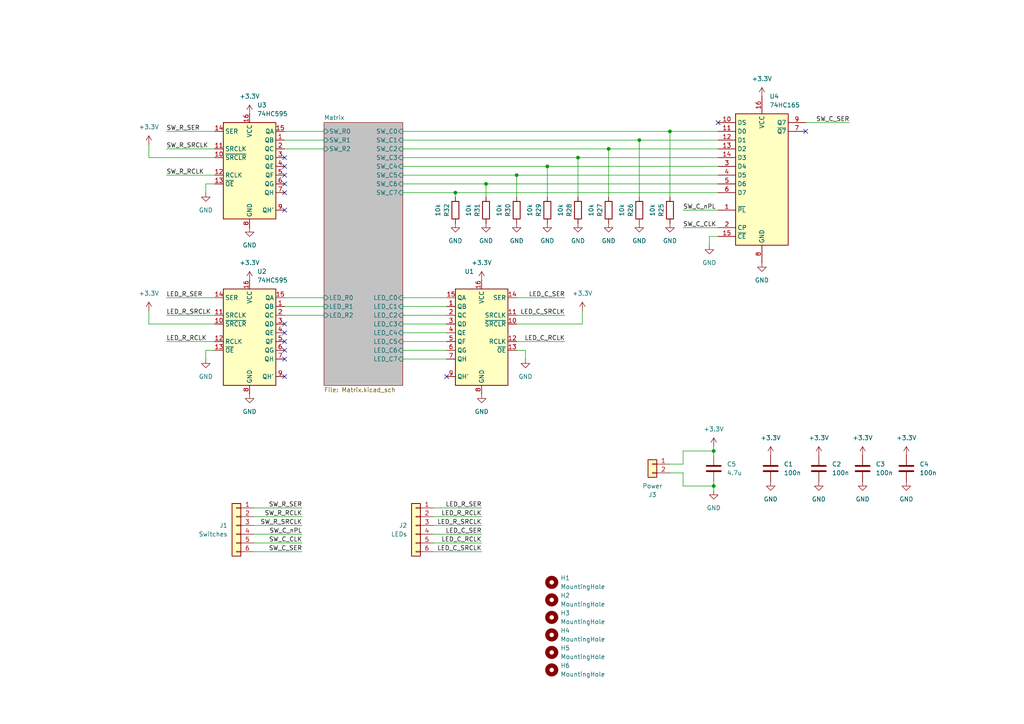
<source format=kicad_sch>
(kicad_sch (version 20231120) (generator "eeschema") (generator_version "8.0")
  (paper "A4")
  (title_block (title "Flash Buttons Digitast") (date "2024-09-19") (rev "1"))
  (lib_symbols
    (symbol "74xx:74HC165"
      (property "Reference" "U" (at -7.62 19.05 0))
      (property "Value" "74HC165" (at -7.62 -21.59 0))
      (symbol "74HC165_1_0"
        (pin input line (at -12.7 -10.16 0) (length 5.08) (name "~{PL}") (number "1"))
        (pin input line (at -12.7 15.24 0) (length 5.08) (name "DS") (number "10"))
        (pin input line (at -12.7 12.7 0) (length 5.08) (name "D0") (number "11"))
        (pin input line (at -12.7 10.16 0) (length 5.08) (name "D1") (number "12"))
        (pin input line (at -12.7 7.62 0) (length 5.08) (name "D2") (number "13"))
        (pin input line (at -12.7 5.08 0) (length 5.08) (name "D3") (number "14"))
        (pin input line (at -12.7 -17.78 0) (length 5.08) (name "~{CE}") (number "15"))
        (pin power_in line (at 0 22.86 270) (length 5.08) (name "VCC") (number "16"))
        (pin input line (at -12.7 -15.24 0) (length 5.08) (name "CP") (number "2"))
        (pin input line (at -12.7 2.54 0) (length 5.08) (name "D4") (number "3"))
        (pin input line (at -12.7 0 0) (length 5.08) (name "D5") (number "4"))
        (pin input line (at -12.7 -2.54 0) (length 5.08) (name "D6") (number "5"))
        (pin input line (at -12.7 -5.08 0) (length 5.08) (name "D7") (number "6"))
        (pin output line (at 12.7 12.7 180) (length 5.08) (name "~{Q7}") (number "7"))
        (pin power_in line (at 0 -25.4 90) (length 5.08) (name "GND") (number "8"))
        (pin output line (at 12.7 15.24 180) (length 5.08) (name "Q7") (number "9"))
      )
      (symbol "74HC165_1_1"
        (rectangle (start -7.62 17.78) (end 7.62 -20.32) (stroke (width 0.254)) (fill (type background)))
      )
    )
    (symbol "74xx:74HC595"
      (property "Reference" "U" (at -7.62 13.97 0))
      (property "Value" "74HC595" (at -7.62 -16.51 0))
      (symbol "74HC595_1_0"
        (pin tri_state line (at 10.16 7.62 180) (length 2.54) (name "QB") (number "1"))
        (pin input line (at -10.16 2.54 0) (length 2.54) (name "~{SRCLR}") (number "10"))
        (pin input line (at -10.16 5.08 0) (length 2.54) (name "SRCLK") (number "11"))
        (pin input line (at -10.16 -2.54 0) (length 2.54) (name "RCLK") (number "12"))
        (pin input line (at -10.16 -5.08 0) (length 2.54) (name "~{OE}") (number "13"))
        (pin input line (at -10.16 10.16 0) (length 2.54) (name "SER") (number "14"))
        (pin tri_state line (at 10.16 10.16 180) (length 2.54) (name "QA") (number "15"))
        (pin power_in line (at 0 15.24 270) (length 2.54) (name "VCC") (number "16"))
        (pin tri_state line (at 10.16 5.08 180) (length 2.54) (name "QC") (number "2"))
        (pin tri_state line (at 10.16 2.54 180) (length 2.54) (name "QD") (number "3"))
        (pin tri_state line (at 10.16 0 180) (length 2.54) (name "QE") (number "4"))
        (pin tri_state line (at 10.16 -2.54 180) (length 2.54) (name "QF") (number "5"))
        (pin tri_state line (at 10.16 -5.08 180) (length 2.54) (name "QG") (number "6"))
        (pin tri_state line (at 10.16 -7.62 180) (length 2.54) (name "QH") (number "7"))
        (pin power_in line (at 0 -17.78 90) (length 2.54) (name "GND") (number "8"))
        (pin output line (at 10.16 -12.7 180) (length 2.54) (name "QH'") (number "9"))
      )
      (symbol "74HC595_1_1"
        (rectangle (start -7.62 12.7) (end 7.62 -15.24) (stroke (width 0.254)) (fill (type background)))
      )
    )
    (symbol "Connector_Generic:Conn_01x02" (pin_names (offset 1.016) hide)
      (property "Reference" "J" (at 0 2.54 0))
      (property "Value" "Conn_01x02" (at 0 -5.08 0))
      (symbol "Conn_01x02_1_1"
        (rectangle (start -1.27 -2.413) (end 0 -2.667) (stroke (width 0.1524)))
        (rectangle (start -1.27 0.127) (end 0 -0.127) (stroke (width 0.1524)))
        (rectangle (start -1.27 1.27) (end 1.27 -3.81) (stroke (width 0.254)) (fill (type background)))
        (pin passive line (at -5.08 0 0) (length 3.81) (name "Pin_1") (number "1"))
        (pin passive line (at -5.08 -2.54 0) (length 3.81) (name "Pin_2") (number "2"))
      )
    )
    (symbol "Connector_Generic:Conn_01x06" (pin_names (offset 1.016) hide)
      (property "Reference" "J" (at 0 7.62 0))
      (property "Value" "Conn_01x06" (at 0 -10.16 0))
      (symbol "Conn_01x06_1_1"
        (rectangle (start -1.27 -7.493) (end 0 -7.747) (stroke (width 0.1524)))
        (rectangle (start -1.27 -4.953) (end 0 -5.207) (stroke (width 0.1524)))
        (rectangle (start -1.27 -2.413) (end 0 -2.667) (stroke (width 0.1524)))
        (rectangle (start -1.27 0.127) (end 0 -0.127) (stroke (width 0.1524)))
        (rectangle (start -1.27 2.667) (end 0 2.413) (stroke (width 0.1524)))
        (rectangle (start -1.27 5.207) (end 0 4.953) (stroke (width 0.1524)))
        (rectangle (start -1.27 6.35) (end 1.27 -8.89) (stroke (width 0.254)) (fill (type background)))
        (pin passive line (at -5.08 5.08 0) (length 3.81) (name "Pin_1") (number "1"))
        (pin passive line (at -5.08 2.54 0) (length 3.81) (name "Pin_2") (number "2"))
        (pin passive line (at -5.08 0 0) (length 3.81) (name "Pin_3") (number "3"))
        (pin passive line (at -5.08 -2.54 0) (length 3.81) (name "Pin_4") (number "4"))
        (pin passive line (at -5.08 -5.08 0) (length 3.81) (name "Pin_5") (number "5"))
        (pin passive line (at -5.08 -7.62 0) (length 3.81) (name "Pin_6") (number "6"))
      )
    )
    (symbol "Device:C" (pin_numbers hide) (pin_names (offset 0.254))
      (property "Reference" "C" (at 0.635 2.54 0))
      (property "Value" "C" (at 0.635 -2.54 0))
      (symbol "C_0_1"
        (polyline (pts (xy -2.032 -0.762) (xy 2.032 -0.762)) (stroke (width 0.508)))
        (polyline (pts (xy -2.032 0.762) (xy 2.032 0.762)) (stroke (width 0.508)))
      )
      (symbol "C_1_1"
        (pin passive line (at 0 3.81 270) (length 2.794) (name "~") (number "1"))
        (pin passive line (at 0 -3.81 90) (length 2.794) (name "~") (number "2"))
      )
    )
    (symbol "Device:R" (pin_numbers hide) (pin_names (offset 0))
      (property "Reference" "R" (at 2.032 0 90))
      (property "Value" "R" (at 0 0 90))
      (symbol "R_0_1"
        (rectangle (start -1.016 -2.54) (end 1.016 2.54) (stroke (width 0.254)))
      )
      (symbol "R_1_1"
        (pin passive line (at 0 3.81 270) (length 1.27) (name "~") (number "1"))
        (pin passive line (at 0 -3.81 90) (length 1.27) (name "~") (number "2"))
      )
    )
    (symbol "Mechanical:MountingHole" (pin_names (offset 1.016)) (exclude_from_sim yes) (in_bom no)
      (property "Reference" "H" (at 0 5.08 0))
      (property "Value" "MountingHole" (at 0 3.175 0))
      (symbol "MountingHole_0_1"
        (circle (center 0 0) (radius 1.27) (stroke (width 1.27)))
      )
    )
    (symbol "power:+3.3V" (power) (pin_numbers hide) (pin_names (offset 0) hide)
      (property "Value" "+3.3V" (at 0 3.556 0))
      (symbol "+3.3V_0_1"
        (polyline (pts (xy -0.762 1.27) (xy 0 2.54)))
        (polyline (pts (xy 0 0) (xy 0 2.54)))
        (polyline (pts (xy 0 2.54) (xy 0.762 1.27)))
      )
      (symbol "+3.3V_1_1"
        (pin power_in line (at 0 0 90) (length 0) (name "~") (number "1"))
      )
    )
    (symbol "power:GND" (power) (pin_numbers hide) (pin_names (offset 0) hide)
      (property "Value" "GND" (at 0 -3.81 0))
      (symbol "GND_0_1"
        (polyline (pts (xy 0 0) (xy 0 -1.27) (xy 1.27 -1.27) (xy 0 -2.54) (xy -1.27 -1.27) (xy 0 -1.27)))
      )
      (symbol "GND_1_1"
        (pin power_in line (at 0 0 270) (length 0) (name "~") (number "1"))
      )
    )
  )
  (junction (at 207.01 140.97))
  (junction (at 149.86 50.8))
  (junction (at 158.75 48.26))
  (junction (at 207.01 130.81))
  (junction (at 176.53 43.18))
  (junction (at 132.08 55.88))
  (junction (at 140.97 53.34))
  (junction (at 185.42 40.64))
  (junction (at 167.64 45.72))
  (junction (at 194.31 38.1))
  (no_connect (at 208.28 35.56))
  (no_connect (at 82.55 99.06))
  (no_connect (at 82.55 104.14))
  (no_connect (at 129.54 109.22))
  (no_connect (at 82.55 109.22))
  (no_connect (at 82.55 55.88))
  (no_connect (at 82.55 96.52))
  (no_connect (at 82.55 53.34))
  (no_connect (at 82.55 50.8))
  (no_connect (at 82.55 45.72))
  (no_connect (at 82.55 48.26))
  (no_connect (at 82.55 93.98))
  (no_connect (at 82.55 60.96))
  (no_connect (at 82.55 101.6))
  (no_connect (at 233.68 38.1))
  (wire (pts (xy 116.84 50.8) (xy 149.86 50.8)))
  (wire (pts (xy 82.55 91.44) (xy 93.98 91.44)))
  (wire (pts (xy 207.01 129.54) (xy 207.01 130.81)))
  (wire (pts (xy 149.86 91.44) (xy 163.83 91.44)))
  (wire (pts (xy 208.28 45.72) (xy 167.64 45.72)))
  (wire (pts (xy 82.55 40.64) (xy 93.98 40.64)))
  (wire (pts (xy 176.53 43.18) (xy 176.53 57.15)))
  (wire (pts (xy 233.68 35.56) (xy 246.38 35.56)))
  (wire (pts (xy 116.84 101.6) (xy 129.54 101.6)))
  (wire (pts (xy 208.28 43.18) (xy 176.53 43.18)))
  (wire (pts (xy 116.84 40.64) (xy 185.42 40.64)))
  (wire (pts (xy 198.12 137.16) (xy 198.12 140.97)))
  (wire (pts (xy 208.28 40.64) (xy 185.42 40.64)))
  (wire (pts (xy 139.7 152.4) (xy 125.73 152.4)))
  (wire (pts (xy 116.84 48.26) (xy 158.75 48.26)))
  (wire (pts (xy 139.7 149.86) (xy 125.73 149.86)))
  (wire (pts (xy 43.18 45.72) (xy 43.18 41.91)))
  (wire (pts (xy 194.31 38.1) (xy 194.31 57.15)))
  (wire (pts (xy 87.63 149.86) (xy 73.66 149.86)))
  (wire (pts (xy 48.26 38.1) (xy 62.23 38.1)))
  (wire (pts (xy 116.84 93.98) (xy 129.54 93.98)))
  (wire (pts (xy 208.28 38.1) (xy 194.31 38.1)))
  (wire (pts (xy 62.23 93.98) (xy 43.18 93.98)))
  (wire (pts (xy 82.55 86.36) (xy 93.98 86.36)))
  (wire (pts (xy 208.28 48.26) (xy 158.75 48.26)))
  (wire (pts (xy 116.84 99.06) (xy 129.54 99.06)))
  (wire (pts (xy 194.31 134.62) (xy 198.12 134.62)))
  (wire (pts (xy 205.74 68.58) (xy 208.28 68.58)))
  (wire (pts (xy 198.12 66.04) (xy 208.28 66.04)))
  (wire (pts (xy 62.23 45.72) (xy 43.18 45.72)))
  (wire (pts (xy 208.28 53.34) (xy 140.97 53.34)))
  (wire (pts (xy 116.84 96.52) (xy 129.54 96.52)))
  (wire (pts (xy 139.7 154.94) (xy 125.73 154.94)))
  (wire (pts (xy 59.69 101.6) (xy 59.69 104.14)))
  (wire (pts (xy 163.83 86.36) (xy 149.86 86.36)))
  (wire (pts (xy 82.55 88.9) (xy 93.98 88.9)))
  (wire (pts (xy 82.55 38.1) (xy 93.98 38.1)))
  (wire (pts (xy 198.12 140.97) (xy 207.01 140.97)))
  (wire (pts (xy 48.26 43.18) (xy 62.23 43.18)))
  (wire (pts (xy 168.91 90.17) (xy 168.91 93.98)))
  (wire (pts (xy 73.66 160.02) (xy 87.63 160.02)))
  (wire (pts (xy 87.63 147.32) (xy 73.66 147.32)))
  (wire (pts (xy 62.23 53.34) (xy 59.69 53.34)))
  (wire (pts (xy 149.86 101.6) (xy 152.4 101.6)))
  (wire (pts (xy 62.23 101.6) (xy 59.69 101.6)))
  (wire (pts (xy 73.66 154.94) (xy 87.63 154.94)))
  (wire (pts (xy 87.63 152.4) (xy 73.66 152.4)))
  (wire (pts (xy 163.83 99.06) (xy 149.86 99.06)))
  (wire (pts (xy 140.97 53.34) (xy 140.97 57.15)))
  (wire (pts (xy 82.55 43.18) (xy 93.98 43.18)))
  (wire (pts (xy 207.01 130.81) (xy 207.01 132.08)))
  (wire (pts (xy 116.84 86.36) (xy 129.54 86.36)))
  (wire (pts (xy 116.84 55.88) (xy 132.08 55.88)))
  (wire (pts (xy 207.01 140.97) (xy 207.01 139.7)))
  (wire (pts (xy 152.4 101.6) (xy 152.4 104.14)))
  (wire (pts (xy 139.7 147.32) (xy 125.73 147.32)))
  (wire (pts (xy 198.12 60.96) (xy 208.28 60.96)))
  (wire (pts (xy 185.42 40.64) (xy 185.42 57.15)))
  (wire (pts (xy 43.18 93.98) (xy 43.18 90.17)))
  (wire (pts (xy 59.69 53.34) (xy 59.69 55.88)))
  (wire (pts (xy 125.73 160.02) (xy 139.7 160.02)))
  (wire (pts (xy 116.84 91.44) (xy 129.54 91.44)))
  (wire (pts (xy 205.74 71.12) (xy 205.74 68.58)))
  (wire (pts (xy 73.66 157.48) (xy 87.63 157.48)))
  (wire (pts (xy 139.7 157.48) (xy 125.73 157.48)))
  (wire (pts (xy 48.26 91.44) (xy 62.23 91.44)))
  (wire (pts (xy 208.28 55.88) (xy 132.08 55.88)))
  (wire (pts (xy 48.26 50.8) (xy 62.23 50.8)))
  (wire (pts (xy 116.84 43.18) (xy 176.53 43.18)))
  (wire (pts (xy 48.26 86.36) (xy 62.23 86.36)))
  (wire (pts (xy 116.84 45.72) (xy 167.64 45.72)))
  (wire (pts (xy 208.28 50.8) (xy 149.86 50.8)))
  (wire (pts (xy 116.84 38.1) (xy 194.31 38.1)))
  (wire (pts (xy 198.12 134.62) (xy 198.12 130.81)))
  (wire (pts (xy 116.84 53.34) (xy 140.97 53.34)))
  (wire (pts (xy 167.64 45.72) (xy 167.64 57.15)))
  (wire (pts (xy 198.12 130.81) (xy 207.01 130.81)))
  (wire (pts (xy 48.26 99.06) (xy 62.23 99.06)))
  (wire (pts (xy 132.08 55.88) (xy 132.08 57.15)))
  (wire (pts (xy 116.84 88.9) (xy 129.54 88.9)))
  (wire (pts (xy 158.75 48.26) (xy 158.75 57.15)))
  (wire (pts (xy 149.86 93.98) (xy 168.91 93.98)))
  (wire (pts (xy 207.01 142.24) (xy 207.01 140.97)))
  (wire (pts (xy 116.84 104.14) (xy 129.54 104.14)))
  (wire (pts (xy 194.31 137.16) (xy 198.12 137.16)))
  (wire (pts (xy 149.86 50.8) (xy 149.86 57.15)))
  (label "LED_R_SER" (at 139.7 147.32 180))
  (label "LED_C_RCLK" (at 163.83 99.06 180))
  (label "LED_C_SER" (at 139.7 154.94 180))
  (label "SW_R_RCLK" (at 48.26 50.8 0))
  (label "SW_R_SRCLK" (at 48.26 43.18 0))
  (label "SW_C_SER" (at 246.38 35.56 180))
  (label "LED_C_SER" (at 163.83 86.36 180))
  (label "LED_C_SRCLK" (at 139.7 160.02 180))
  (label "SW_C_SER" (at 87.63 160.02 180))
  (label "SW_R_SER" (at 48.26 38.1 0))
  (label "SW_R_RCLK" (at 87.63 149.86 180))
  (label "SW_R_SRCLK" (at 87.63 152.4 180))
  (label "SW_C_nPL" (at 198.12 60.96 0))
  (label "LED_R_RCLK" (at 48.26 99.06 0))
  (label "LED_C_RCLK" (at 139.7 157.48 180))
  (label "SW_C_CLK" (at 87.63 157.48 180))
  (label "SW_R_SER" (at 87.63 147.32 180))
  (label "LED_R_SER" (at 48.26 86.36 0))
  (label "SW_C_CLK" (at 198.12 66.04 0))
  (label "LED_R_SRCLK" (at 139.7 152.4 180))
  (label "LED_C_SRCLK" (at 163.83 91.44 180))
  (label "LED_R_RCLK" (at 139.7 149.86 180))
  (label "SW_C_nPL" (at 87.63 154.94 180))
  (label "LED_R_SRCLK" (at 48.26 91.44 0))
  (symbol (lib_id "Mechanical:MountingHole") (at 160.02 184.15 0) (unit 1) (exclude_from_sim yes) (in_bom no)
    (property "Reference" "H4" (at 162.56 182.8799 0) (effects (justify left)))
    (property "Value" "MountingHole" (at 162.56 185.4199 0) (effects (justify left)))
    (property "Footprint" "MountingHole:MountingHole_3.2mm_M3" (effects (hide yes)))
    (property "Description" "Mounting Hole without connection" (effects (hide yes)))
  )
  (symbol (lib_id "Device:R") (at 149.86 60.96 0) (mirror x) (unit 1)
    (property "Reference" "R30" (at 147.32 60.96 90))
    (property "Value" "10k" (at 144.78 60.96 90))
    (property "Footprint" "Resistor_SMD:R_0805_2012Metric" (effects (hide yes)))
    (property "Description" "Resistor" (effects (hide yes)))
  )
  (symbol (lib_id "power:GND") (at 149.86 64.77 0) (mirror y) (unit 1)
    (property "Reference" "#PWR06" (effects (hide yes)))
    (property "Value" "GND" (at 149.86 69.85 0))
    (property "Description" "Power symbol creates a global label with name \"GND\" , ground" (effects (hide yes)))
  )
  (symbol (lib_id "power:GND") (at 237.49 139.7 0) (unit 1)
    (property "Reference" "#PWR09" (effects (hide yes)))
    (property "Value" "GND" (at 237.49 144.78 0))
    (property "Description" "Power symbol creates a global label with name \"GND\" , ground" (effects (hide yes)))
  )
  (symbol (lib_id "power:+3.3V") (at 220.98 27.94 0) (unit 1)
    (property "Reference" "#PWR021" (effects (hide yes)))
    (property "Value" "+3.3V" (at 220.98 22.86 0))
    (property "Description" "Power symbol creates a global label with name \"+3.3V\"" (effects (hide yes)))
  )
  (symbol (lib_id "74xx:74HC165") (at 220.98 50.8 0) (unit 1)
    (property "Reference" "U4" (at 223.1741 27.94 0) (effects (justify left)))
    (property "Value" "74HC165" (at 223.1741 30.48 0) (effects (justify left)))
    (property "Footprint" "Package_SO:SO-16_3.9x9.9mm_P1.27mm" (effects (hide yes)))
    (property "Datasheet" "https://assets.nexperia.com/documents/data-sheet/74HC_HCT165.pdf" (effects (hide yes)))
    (property "Description" "Shift Register, 8-bit, Parallel Load" (effects (hide yes)))
  )
  (symbol (lib_id "Connector_Generic:Conn_01x02") (at 189.23 134.62 0) (mirror y) (unit 1)
    (property "Reference" "J3" (at 189.23 143.51 0))
    (property "Value" "Power" (at 189.23 140.97 0))
    (property "Footprint" "Connector_PinHeader_2.54mm:PinHeader_1x02_P2.54mm_Vertical" (effects (hide yes)))
    (property "Description" "Generic connector, single row, 01x02, script generated (kicad-library-utils/schlib/autogen/connector/)" (effects (hide yes)))
  )
  (symbol (lib_id "power:GND") (at 250.19 139.7 0) (unit 1)
    (property "Reference" "#PWR015" (effects (hide yes)))
    (property "Value" "GND" (at 250.19 144.78 0))
    (property "Description" "Power symbol creates a global label with name \"GND\" , ground" (effects (hide yes)))
  )
  (symbol (lib_id "power:GND") (at 158.75 64.77 0) (mirror y) (unit 1)
    (property "Reference" "#PWR05" (effects (hide yes)))
    (property "Value" "GND" (at 158.75 69.85 0))
    (property "Description" "Power symbol creates a global label with name \"GND\" , ground" (effects (hide yes)))
  )
  (symbol (lib_id "power:+3.3V") (at 250.19 132.08 0) (unit 1)
    (property "Reference" "#PWR023" (effects (hide yes)))
    (property "Value" "+3.3V" (at 250.19 127 0))
    (property "Description" "Power symbol creates a global label with name \"+3.3V\"" (effects (hide yes)))
  )
  (symbol (lib_id "power:+3.3V") (at 139.7 81.28 0) (unit 1)
    (property "Reference" "#PWR025" (effects (hide yes)))
    (property "Value" "+3.3V" (at 139.7 76.2 0))
    (property "Description" "Power symbol creates a global label with name \"+3.3V\"" (effects (hide yes)))
  )
  (symbol (lib_id "power:+3.3V") (at 223.52 132.08 0) (unit 1)
    (property "Reference" "#PWR019" (effects (hide yes)))
    (property "Value" "+3.3V" (at 223.52 127 0))
    (property "Description" "Power symbol creates a global label with name \"+3.3V\"" (effects (hide yes)))
  )
  (symbol (lib_id "74xx:74HC595") (at 72.39 48.26 0) (unit 1)
    (property "Reference" "U3" (at 74.5841 30.48 0) (effects (justify left)))
    (property "Value" "74HC595" (at 74.5841 33.02 0) (effects (justify left)))
    (property "Footprint" "Package_SO:SO-16_3.9x9.9mm_P1.27mm" (effects (hide yes)))
    (property "Datasheet" "http://www.ti.com/lit/ds/symlink/sn74hc595.pdf" (effects (hide yes)))
    (property "Description" "8-bit serial in/out Shift Register 3-State Outputs" (effects (hide yes)))
  )
  (symbol (lib_id "power:GND") (at 194.31 64.77 0) (mirror y) (unit 1)
    (property "Reference" "#PWR01" (effects (hide yes)))
    (property "Value" "GND" (at 194.31 69.85 0))
    (property "Description" "Power symbol creates a global label with name \"GND\" , ground" (effects (hide yes)))
  )
  (symbol (lib_id "Device:R") (at 132.08 60.96 0) (mirror x) (unit 1)
    (property "Reference" "R32" (at 129.54 60.96 90))
    (property "Value" "10k" (at 127 60.96 90))
    (property "Footprint" "Resistor_SMD:R_0805_2012Metric" (effects (hide yes)))
    (property "Description" "Resistor" (effects (hide yes)))
  )
  (symbol (lib_id "power:GND") (at 72.39 66.04 0) (unit 1)
    (property "Reference" "#PWR016" (effects (hide yes)))
    (property "Value" "GND" (at 72.39 71.12 0))
    (property "Description" "Power symbol creates a global label with name \"GND\" , ground" (effects (hide yes)))
  )
  (symbol (lib_id "74xx:74HC595") (at 139.7 96.52 0) (mirror y) (unit 1)
    (property "Reference" "U1" (at 137.5059 78.74 0) (effects (justify left)))
    (property "Value" "74HC595" (effects (hide yes)))
    (property "Footprint" "Package_SO:SO-16_3.9x9.9mm_P1.27mm" (effects (hide yes)))
    (property "Datasheet" "http://www.ti.com/lit/ds/symlink/sn74hc595.pdf" (effects (hide yes)))
    (property "Description" "8-bit serial in/out Shift Register 3-State Outputs" (effects (hide yes)))
  )
  (symbol (lib_id "power:+3.3V") (at 43.18 90.17 0) (mirror y) (unit 1)
    (property "Reference" "#PWR030" (effects (hide yes)))
    (property "Value" "+3.3V" (at 43.18 85.09 0))
    (property "Description" "Power symbol creates a global label with name \"+3.3V\"" (effects (hide yes)))
  )
  (symbol (lib_id "power:GND") (at 152.4 104.14 0) (unit 1)
    (property "Reference" "#PWR027" (effects (hide yes)))
    (property "Value" "GND" (at 152.4 109.22 0))
    (property "Description" "Power symbol creates a global label with name \"GND\" , ground" (effects (hide yes)))
  )
  (symbol (lib_id "Device:C") (at 223.52 135.89 0) (unit 1)
    (property "Reference" "C1" (at 227.33 134.6199 0) (effects (justify left)))
    (property "Value" "100n" (at 227.33 137.1599 0) (effects (justify left)))
    (property "Footprint" "Capacitor_SMD:C_0805_2012Metric" (effects (hide yes)))
    (property "Description" "Unpolarized capacitor" (effects (hide yes)))
  )
  (symbol (lib_id "power:+3.3V") (at 237.49 132.08 0) (unit 1)
    (property "Reference" "#PWR018" (effects (hide yes)))
    (property "Value" "+3.3V" (at 237.49 127 0))
    (property "Description" "Power symbol creates a global label with name \"+3.3V\"" (effects (hide yes)))
  )
  (symbol (lib_id "Device:R") (at 167.64 60.96 0) (mirror x) (unit 1)
    (property "Reference" "R28" (at 165.1 60.96 90))
    (property "Value" "10k" (at 162.56 60.96 90))
    (property "Footprint" "Resistor_SMD:R_0805_2012Metric" (effects (hide yes)))
    (property "Description" "Resistor" (effects (hide yes)))
  )
  (symbol (lib_id "Connector_Generic:Conn_01x06") (at 68.58 152.4 0) (mirror y) (unit 1)
    (property "Reference" "J1" (at 66.04 152.3999 0) (effects (justify left)))
    (property "Value" "Switches" (at 66.04 154.9399 0) (effects (justify left)))
    (property "Footprint" "Connector_PinHeader_2.54mm:PinHeader_1x06_P2.54mm_Vertical" (effects (hide yes)))
    (property "Description" "Generic connector, single row, 01x06, script generated (kicad-library-utils/schlib/autogen/connector/)" (effects (hide yes)))
  )
  (symbol (lib_id "power:+3.3V") (at 262.89 132.08 0) (unit 1)
    (property "Reference" "#PWR020" (effects (hide yes)))
    (property "Value" "+3.3V" (at 262.89 127 0))
    (property "Description" "Power symbol creates a global label with name \"+3.3V\"" (effects (hide yes)))
  )
  (symbol (lib_id "power:GND") (at 207.01 142.24 0) (unit 1)
    (property "Reference" "#PWR026" (effects (hide yes)))
    (property "Value" "GND" (at 207.01 147.32 0))
    (property "Description" "Power symbol creates a global label with name \"GND\" , ground" (effects (hide yes)))
  )
  (symbol (lib_id "power:+3.3V") (at 72.39 33.02 0) (unit 1)
    (property "Reference" "#PWR022" (effects (hide yes)))
    (property "Value" "+3.3V" (at 72.39 27.94 0))
    (property "Description" "Power symbol creates a global label with name \"+3.3V\"" (effects (hide yes)))
  )
  (symbol (lib_id "power:GND") (at 59.69 104.14 0) (mirror y) (unit 1)
    (property "Reference" "#PWR029" (effects (hide yes)))
    (property "Value" "GND" (at 59.69 109.22 0))
    (property "Description" "Power symbol creates a global label with name \"GND\" , ground" (effects (hide yes)))
  )
  (symbol (lib_id "power:GND") (at 220.98 76.2 0) (unit 1)
    (property "Reference" "#PWR012" (effects (hide yes)))
    (property "Value" "GND" (at 220.98 81.28 0))
    (property "Description" "Power symbol creates a global label with name \"GND\" , ground" (effects (hide yes)))
  )
  (symbol (lib_id "Device:R") (at 194.31 60.96 0) (mirror x) (unit 1)
    (property "Reference" "R25" (at 191.77 60.96 90))
    (property "Value" "10k" (at 189.23 60.96 90))
    (property "Footprint" "Resistor_SMD:R_0805_2012Metric" (effects (hide yes)))
    (property "Description" "Resistor" (effects (hide yes)))
  )
  (symbol (lib_id "power:GND") (at 140.97 64.77 0) (mirror y) (unit 1)
    (property "Reference" "#PWR07" (effects (hide yes)))
    (property "Value" "GND" (at 140.97 69.85 0))
    (property "Description" "Power symbol creates a global label with name \"GND\" , ground" (effects (hide yes)))
  )
  (symbol (lib_id "Device:R") (at 185.42 60.96 0) (mirror x) (unit 1)
    (property "Reference" "R26" (at 182.88 60.96 90))
    (property "Value" "10k" (at 180.34 60.96 90))
    (property "Footprint" "Resistor_SMD:R_0805_2012Metric" (effects (hide yes)))
    (property "Description" "Resistor" (effects (hide yes)))
  )
  (symbol (lib_id "Mechanical:MountingHole") (at 160.02 179.07 0) (unit 1) (exclude_from_sim yes) (in_bom no)
    (property "Reference" "H3" (at 162.56 177.7999 0) (effects (justify left)))
    (property "Value" "MountingHole" (at 162.56 180.3399 0) (effects (justify left)))
    (property "Footprint" "MountingHole:MountingHole_3.2mm_M3" (effects (hide yes)))
    (property "Description" "Mounting Hole without connection" (effects (hide yes)))
  )
  (symbol (lib_id "Device:C") (at 237.49 135.89 0) (unit 1)
    (property "Reference" "C2" (at 241.3 134.6199 0) (effects (justify left)))
    (property "Value" "100n" (at 241.3 137.1599 0) (effects (justify left)))
    (property "Footprint" "Capacitor_SMD:C_0805_2012Metric" (effects (hide yes)))
    (property "Description" "Unpolarized capacitor" (effects (hide yes)))
  )
  (symbol (lib_id "Mechanical:MountingHole") (at 160.02 194.31 0) (unit 1) (exclude_from_sim yes) (in_bom no)
    (property "Reference" "H6" (at 162.56 193.0399 0) (effects (justify left)))
    (property "Value" "MountingHole" (at 162.56 195.5799 0) (effects (justify left)))
    (property "Footprint" "MountingHole:MountingHole_3.2mm_M3" (effects (hide yes)))
    (property "Description" "Mounting Hole without connection" (effects (hide yes)))
  )
  (symbol (lib_id "power:GND") (at 223.52 139.7 0) (unit 1)
    (property "Reference" "#PWR010" (effects (hide yes)))
    (property "Value" "GND" (at 223.52 144.78 0))
    (property "Description" "Power symbol creates a global label with name \"GND\" , ground" (effects (hide yes)))
  )
  (symbol (lib_id "power:GND") (at 132.08 64.77 0) (mirror y) (unit 1)
    (property "Reference" "#PWR08" (effects (hide yes)))
    (property "Value" "GND" (at 132.08 69.85 0))
    (property "Description" "Power symbol creates a global label with name \"GND\" , ground" (effects (hide yes)))
  )
  (symbol (lib_id "Device:C") (at 207.01 135.89 0) (unit 1)
    (property "Reference" "C5" (at 210.82 134.6199 0) (effects (justify left)))
    (property "Value" "4.7u" (at 210.82 137.1599 0) (effects (justify left)))
    (property "Footprint" "Capacitor_SMD:C_0805_2012Metric" (effects (hide yes)))
    (property "Description" "Unpolarized capacitor" (effects (hide yes)))
  )
  (symbol (lib_id "power:GND") (at 167.64 64.77 0) (mirror y) (unit 1)
    (property "Reference" "#PWR04" (effects (hide yes)))
    (property "Value" "GND" (at 167.64 69.85 0))
    (property "Description" "Power symbol creates a global label with name \"GND\" , ground" (effects (hide yes)))
  )
  (symbol (lib_id "power:+3.3V") (at 72.39 81.28 0) (unit 1)
    (property "Reference" "#PWR024" (effects (hide yes)))
    (property "Value" "+3.3V" (at 72.39 76.2 0))
    (property "Description" "Power symbol creates a global label with name \"+3.3V\"" (effects (hide yes)))
  )
  (symbol (lib_id "power:+3.3V") (at 43.18 41.91 0) (mirror y) (unit 1)
    (property "Reference" "#PWR031" (effects (hide yes)))
    (property "Value" "+3.3V" (at 43.18 36.83 0))
    (property "Description" "Power symbol creates a global label with name \"+3.3V\"" (effects (hide yes)))
  )
  (symbol (lib_id "Device:R") (at 140.97 60.96 0) (mirror x) (unit 1)
    (property "Reference" "R31" (at 138.43 60.96 90))
    (property "Value" "10k" (at 135.89 60.96 90))
    (property "Footprint" "Resistor_SMD:R_0805_2012Metric" (effects (hide yes)))
    (property "Description" "Resistor" (effects (hide yes)))
  )
  (symbol (lib_id "Mechanical:MountingHole") (at 160.02 189.23 0) (unit 1) (exclude_from_sim yes) (in_bom no)
    (property "Reference" "H5" (at 162.56 187.9599 0) (effects (justify left)))
    (property "Value" "MountingHole" (at 162.56 190.4999 0) (effects (justify left)))
    (property "Footprint" "MountingHole:MountingHole_3.2mm_M3" (effects (hide yes)))
    (property "Description" "Mounting Hole without connection" (effects (hide yes)))
  )
  (symbol (lib_id "Connector_Generic:Conn_01x06") (at 120.65 152.4 0) (mirror y) (unit 1)
    (property "Reference" "J2" (at 118.11 152.3999 0) (effects (justify left)))
    (property "Value" "LEDs" (at 118.11 154.9399 0) (effects (justify left)))
    (property "Footprint" "Connector_PinHeader_2.54mm:PinHeader_1x06_P2.54mm_Vertical" (effects (hide yes)))
    (property "Description" "Generic connector, single row, 01x06, script generated (kicad-library-utils/schlib/autogen/connector/)" (effects (hide yes)))
  )
  (symbol (lib_id "Device:C") (at 250.19 135.89 0) (unit 1)
    (property "Reference" "C3" (at 254 134.6199 0) (effects (justify left)))
    (property "Value" "100n" (at 254 137.1599 0) (effects (justify left)))
    (property "Footprint" "Capacitor_SMD:C_0805_2012Metric" (effects (hide yes)))
    (property "Description" "Unpolarized capacitor" (effects (hide yes)))
  )
  (symbol (lib_id "power:GND") (at 185.42 64.77 0) (mirror y) (unit 1)
    (property "Reference" "#PWR02" (effects (hide yes)))
    (property "Value" "GND" (at 185.42 69.85 0))
    (property "Description" "Power symbol creates a global label with name \"GND\" , ground" (effects (hide yes)))
  )
  (symbol (lib_id "power:+3.3V") (at 207.01 129.54 0) (unit 1)
    (property "Reference" "#PWR017" (effects (hide yes)))
    (property "Value" "+3.3V" (at 207.01 124.46 0))
    (property "Description" "Power symbol creates a global label with name \"+3.3V\"" (effects (hide yes)))
  )
  (symbol (lib_id "power:GND") (at 176.53 64.77 0) (mirror y) (unit 1)
    (property "Reference" "#PWR03" (effects (hide yes)))
    (property "Value" "GND" (at 176.53 69.85 0))
    (property "Description" "Power symbol creates a global label with name \"GND\" , ground" (effects (hide yes)))
  )
  (symbol (lib_id "Device:R") (at 176.53 60.96 0) (mirror x) (unit 1)
    (property "Reference" "R27" (at 173.99 60.96 90))
    (property "Value" "10k" (at 171.45 60.96 90))
    (property "Footprint" "Resistor_SMD:R_0805_2012Metric" (effects (hide yes)))
    (property "Description" "Resistor" (effects (hide yes)))
  )
  (symbol (lib_id "power:GND") (at 139.7 114.3 0) (unit 1)
    (property "Reference" "#PWR013" (effects (hide yes)))
    (property "Value" "GND" (at 139.7 119.38 0))
    (property "Description" "Power symbol creates a global label with name \"GND\" , ground" (effects (hide yes)))
  )
  (symbol (lib_id "Device:R") (at 158.75 60.96 0) (mirror x) (unit 1)
    (property "Reference" "R29" (at 156.21 60.96 90))
    (property "Value" "10k" (at 153.67 60.96 90))
    (property "Footprint" "Resistor_SMD:R_0805_2012Metric" (effects (hide yes)))
    (property "Description" "Resistor" (effects (hide yes)))
  )
  (symbol (lib_id "power:+3.3V") (at 168.91 90.17 0) (unit 1)
    (property "Reference" "#PWR028" (effects (hide yes)))
    (property "Value" "+3.3V" (at 168.91 85.09 0))
    (property "Description" "Power symbol creates a global label with name \"+3.3V\"" (effects (hide yes)))
  )
  (symbol (lib_id "Mechanical:MountingHole") (at 160.02 173.99 0) (unit 1) (exclude_from_sim yes) (in_bom no)
    (property "Reference" "H2" (at 162.56 172.7199 0) (effects (justify left)))
    (property "Value" "MountingHole" (at 162.56 175.2599 0) (effects (justify left)))
    (property "Footprint" "MountingHole:MountingHole_3.2mm_M3" (effects (hide yes)))
    (property "Description" "Mounting Hole without connection" (effects (hide yes)))
  )
  (symbol (lib_id "power:GND") (at 205.74 71.12 0) (unit 1)
    (property "Reference" "#PWR033" (effects (hide yes)))
    (property "Value" "GND" (at 205.74 76.2 0))
    (property "Description" "Power symbol creates a global label with name \"GND\" , ground" (effects (hide yes)))
  )
  (symbol (lib_id "Device:C") (at 262.89 135.89 0) (unit 1)
    (property "Reference" "C4" (at 266.7 134.6199 0) (effects (justify left)))
    (property "Value" "100n" (at 266.7 137.1599 0) (effects (justify left)))
    (property "Footprint" "Capacitor_SMD:C_0805_2012Metric" (effects (hide yes)))
    (property "Description" "Unpolarized capacitor" (effects (hide yes)))
  )
  (symbol (lib_id "power:GND") (at 59.69 55.88 0) (mirror y) (unit 1)
    (property "Reference" "#PWR032" (effects (hide yes)))
    (property "Value" "GND" (at 59.69 60.96 0))
    (property "Description" "Power symbol creates a global label with name \"GND\" , ground" (effects (hide yes)))
  )
  (symbol (lib_id "power:GND") (at 72.39 114.3 0) (unit 1)
    (property "Reference" "#PWR014" (effects (hide yes)))
    (property "Value" "GND" (at 72.39 119.38 0))
    (property "Description" "Power symbol creates a global label with name \"GND\" , ground" (effects (hide yes)))
  )
  (symbol (lib_id "74xx:74HC595") (at 72.39 96.52 0) (unit 1)
    (property "Reference" "U2" (at 74.5841 78.74 0) (effects (justify left)))
    (property "Value" "74HC595" (at 74.5841 81.28 0) (effects (justify left)))
    (property "Footprint" "Package_SO:SO-16_3.9x9.9mm_P1.27mm" (effects (hide yes)))
    (property "Datasheet" "http://www.ti.com/lit/ds/symlink/sn74hc595.pdf" (effects (hide yes)))
    (property "Description" "8-bit serial in/out Shift Register 3-State Outputs" (effects (hide yes)))
  )
  (symbol (lib_id "Mechanical:MountingHole") (at 160.02 168.91 0) (unit 1) (exclude_from_sim yes) (in_bom no)
    (property "Reference" "H1" (at 162.56 167.6399 0) (effects (justify left)))
    (property "Value" "MountingHole" (at 162.56 170.1799 0) (effects (justify left)))
    (property "Footprint" "MountingHole:MountingHole_3.2mm_M3" (effects (hide yes)))
    (property "Description" "Mounting Hole without connection" (effects (hide yes)))
  )
  (symbol (lib_id "power:GND") (at 262.89 139.7 0) (unit 1)
    (property "Reference" "#PWR011" (effects (hide yes)))
    (property "Value" "GND" (at 262.89 144.78 0))
    (property "Description" "Power symbol creates a global label with name \"GND\" , ground" (effects (hide yes)))
  )
  (sheet (at 93.98 35.56) (size 22.86 76.2) (stroke (width 0.1524)) (fill (color 194 194 194 1.0000))
    (property "Sheetname" "Matrix" (at 93.98 34.8484 0) (effects (justify left bottom)))
    (property "Sheetfile" "Matrix.kicad_sch" (at 93.98 112.3446 0) (effects (justify left top)))
    (pin "SW_C4" input (at 116.84 48.26 0))
    (pin "LED_C4" input (at 116.84 96.52 0))
    (pin "SW_C5" input (at 116.84 50.8 0))
    (pin "SW_C3" input (at 116.84 45.72 0))
    (pin "LED_C6" input (at 116.84 101.6 0))
    (pin "LED_C5" input (at 116.84 99.06 0))
    (pin "SW_C6" input (at 116.84 53.34 0))
    (pin "LED_C7" input (at 116.84 104.14 0))
    (pin "SW_C7" input (at 116.84 55.88 0))
    (pin "SW_R0" input (at 93.98 38.1 180))
    (pin "LED_R0" input (at 93.98 86.36 180))
    (pin "LED_R2" input (at 93.98 91.44 180))
    (pin "LED_R1" input (at 93.98 88.9 180))
    (pin "SW_R1" input (at 93.98 40.64 180))
    (pin "SW_R2" input (at 93.98 43.18 180))
    (pin "SW_C1" input (at 116.84 40.64 0))
    (pin "LED_C1" input (at 116.84 88.9 0))
    (pin "LED_C3" input (at 116.84 93.98 0))
    (pin "SW_C2" input (at 116.84 43.18 0))
    (pin "LED_C2" input (at 116.84 91.44 0))
    (pin "SW_C0" input (at 116.84 38.1 0))
    (pin "LED_C0" input (at 116.84 86.36 0))
  )
)
</source>
